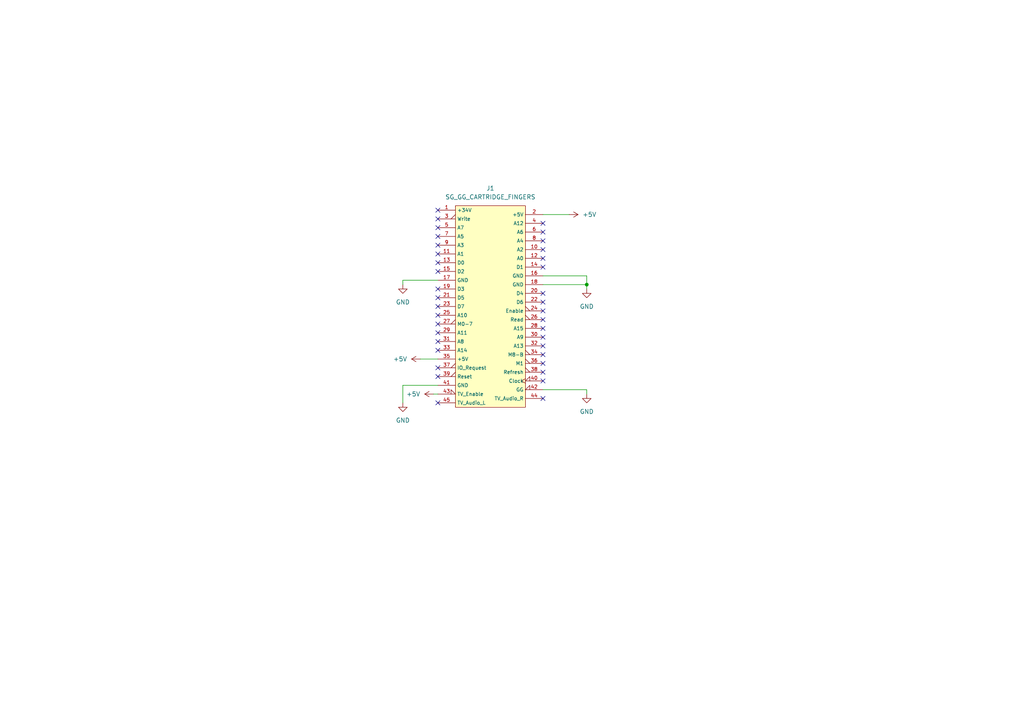
<source format=kicad_sch>
(kicad_sch (version 20211123) (generator eeschema)
  (paper "A4")
  (title_block (title "Game Gear-compatible Cartridge Template") (date "2022-12-15") (rev "1") (company "©2022 StarshadeRETRO; License: BSD-3-Clause") (comment 1 "Not sponsored, endorsed, or approved by SEGA.") (comment 2 "SEGA and Game Gear are registered trademarks of SEGA GAMES CO., LTD."))
  (lib_symbols
    (symbol "!SGSymbols:SG_GG_CARTRIDGE_FINGERS" (in_bom no)
      (property "Reference" "J" (at 0 30.48 0))
      (property "Value" "SG_GG_CARTRIDGE_FINGERS" (at 0 -30.48 0))
      (symbol "SG_GG_CARTRIDGE_FINGERS_0_0"
        (pin power_out line (at 15.24 26.67 180) (length 5.08) (name "+5V") (number "2"))
        (pin output line (at -15.24 -7.62 0) (length 5.08) (name "A11") (number "29"))
        (pin output line (at -15.24 -10.16 0) (length 5.08) (name "A8") (number "31"))
        (pin output line (at -15.24 -12.7 0) (length 5.08) (name "A14") (number "33"))
        (pin passive line (at -15.24 -15.24 0) (length 5.08) (name "+5V") (number "35"))
      )
      (symbol "SG_GG_CARTRIDGE_FINGERS_0_1"
        (rectangle (start -10.16 29.21) (end 10.16 -29.21) (fill (type background)))
      )
      (symbol "SG_GG_CARTRIDGE_FINGERS_1_1"
        (pin power_out line (at -15.24 27.94 0) (length 5.08) (name "+34V") (number "1"))
        (pin output line (at 15.24 16.51 180) (length 5.08) (name "A2") (number "10"))
        (pin output line (at -15.24 15.24 0) (length 5.08) (name "A1") (number "11"))
        (pin output line (at 15.24 13.97 180) (length 5.08) (name "A0") (number "12"))
        (pin bidirectional line (at -15.24 12.7 0) (length 5.08) (name "D0") (number "13"))
        (pin bidirectional line (at 15.24 11.43 180) (length 5.08) (name "D1") (number "14"))
        (pin bidirectional line (at -15.24 10.16 0) (length 5.08) (name "D2") (number "15"))
        (pin passive line (at 15.24 8.89 180) (length 5.08) (name "GND") (number "16"))
        (pin power_out line (at -15.24 7.62 0) (length 5.08) (name "GND") (number "17"))
        (pin passive line (at 15.24 6.35 180) (length 5.08) (name "GND") (number "18"))
        (pin bidirectional line (at -15.24 5.08 0) (length 5.08) (name "D3") (number "19"))
        (pin bidirectional line (at 15.24 3.81 180) (length 5.08) (name "D4") (number "20"))
        (pin bidirectional line (at -15.24 2.54 0) (length 5.08) (name "D5") (number "21"))
        (pin bidirectional line (at 15.24 1.27 180) (length 5.08) (name "D6") (number "22"))
        (pin bidirectional line (at -15.24 0 0) (length 5.08) (name "D7") (number "23"))
        (pin output output_low (at 15.24 -1.27 180) (length 5.08) (name "Enable") (number "24"))
        (pin output line (at -15.24 -2.54 0) (length 5.08) (name "A10") (number "25"))
        (pin output output_low (at 15.24 -3.81 180) (length 5.08) (name "Read") (number "26"))
        (pin output output_low (at -15.24 -5.08 0) (length 5.08) (name "M0-7") (number "27"))
        (pin output line (at 15.24 -6.35 180) (length 5.08) (name "A15") (number "28"))
        (pin output output_low (at -15.24 25.4 0) (length 5.08) (name "Write") (number "3"))
        (pin output line (at 15.24 -8.89 180) (length 5.08) (name "A9") (number "30"))
        (pin output line (at 15.24 -11.43 180) (length 5.08) (name "A13") (number "32"))
        (pin output output_low (at 15.24 -13.97 180) (length 5.08) (name "M8-B") (number "34"))
        (pin output output_low (at 15.24 -16.51 180) (length 5.08) (name "M1") (number "36"))
        (pin output output_low (at -15.24 -17.78 0) (length 5.08) (name "IO_Request") (number "37"))
        (pin output output_low (at 15.24 -19.05 180) (length 5.08) (name "Refresh") (number "38"))
        (pin output output_low (at -15.24 -20.32 0) (length 5.08) (name "Reset") (number "39"))
        (pin output line (at 15.24 24.13 180) (length 5.08) (name "A12") (number "4"))
        (pin output clock_low (at 15.24 -21.59 180) (length 5.08) (name "Clock") (number "40"))
        (pin passive line (at -15.24 -22.86 0) (length 5.08) (name "GND") (number "41"))
        (pin input input_low (at 15.24 -24.13 180) (length 5.08) (name "GG") (number "42"))
        (pin input input_low (at -15.24 -25.4 0) (length 5.08) (name "TV_Enable") (number "43"))
        (pin input line (at 15.24 -26.67 180) (length 5.08) (name "TV_Audio_R") (number "44"))
        (pin input line (at -15.24 -27.94 0) (length 5.08) (name "TV_Audio_L") (number "45"))
        (pin output line (at -15.24 22.86 0) (length 5.08) (name "A7") (number "5"))
        (pin output line (at 15.24 21.59 180) (length 5.08) (name "A6") (number "6"))
        (pin output line (at -15.24 20.32 0) (length 5.08) (name "A5") (number "7"))
        (pin output line (at 15.24 19.05 180) (length 5.08) (name "A4") (number "8"))
        (pin output line (at -15.24 17.78 0) (length 5.08) (name "A3") (number "9"))
      )
    )
    (symbol "power:+5V" (power) (pin_names (offset 0))
      (property "Value" "+5V" (at 0 3.556 0))
      (symbol "+5V_0_1"
        (polyline (pts (xy -0.762 1.27) (xy 0 2.54)))
        (polyline (pts (xy 0 0) (xy 0 2.54)))
        (polyline (pts (xy 0 2.54) (xy 0.762 1.27)))
      )
      (symbol "+5V_1_1"
        (pin power_in line (at 0 0 90) (length 0) hide (name "+5V") (number "1"))
      )
    )
    (symbol "power:GND" (power) (pin_names (offset 0))
      (property "Value" "GND" (at 0 -3.81 0))
      (symbol "GND_0_1"
        (polyline (pts (xy 0 0) (xy 0 -1.27) (xy 1.27 -1.27) (xy 0 -2.54) (xy -1.27 -1.27) (xy 0 -1.27)))
      )
      (symbol "GND_1_1"
        (pin power_in line (at 0 0 270) (length 0) hide (name "GND") (number "1"))
      )
    )
  )
  (junction (at 170.18 82.55))
  (no_connect (at 157.48 69.85))
  (no_connect (at 157.48 90.17))
  (no_connect (at 157.48 85.09))
  (no_connect (at 157.48 67.31))
  (no_connect (at 157.48 100.33))
  (no_connect (at 127 116.84))
  (no_connect (at 127 109.22))
  (no_connect (at 157.48 74.93))
  (no_connect (at 157.48 64.77))
  (no_connect (at 157.48 115.57))
  (no_connect (at 157.48 102.87))
  (no_connect (at 157.48 95.25))
  (no_connect (at 157.48 97.79))
  (no_connect (at 157.48 92.71))
  (no_connect (at 157.48 107.95))
  (no_connect (at 127 60.96))
  (no_connect (at 127 63.5))
  (no_connect (at 127 66.04))
  (no_connect (at 127 68.58))
  (no_connect (at 127 71.12))
  (no_connect (at 127 73.66))
  (no_connect (at 127 76.2))
  (no_connect (at 127 78.74))
  (no_connect (at 127 83.82))
  (no_connect (at 127 91.44))
  (no_connect (at 127 93.98))
  (no_connect (at 127 96.52))
  (no_connect (at 127 99.06))
  (no_connect (at 127 101.6))
  (no_connect (at 127 86.36))
  (no_connect (at 127 88.9))
  (no_connect (at 127 106.68))
  (no_connect (at 157.48 72.39))
  (no_connect (at 157.48 77.47))
  (no_connect (at 157.48 110.49))
  (no_connect (at 157.48 87.63))
  (no_connect (at 157.48 105.41))
  (wire (pts (xy 116.84 81.28) (xy 127 81.28)))
  (wire (pts (xy 157.48 113.03) (xy 170.18 113.03)))
  (wire (pts (xy 157.48 82.55) (xy 170.18 82.55)))
  (wire (pts (xy 157.48 62.23) (xy 165.1 62.23)))
  (wire (pts (xy 170.18 113.03) (xy 170.18 114.3)))
  (wire (pts (xy 170.18 80.01) (xy 170.18 82.55)))
  (wire (pts (xy 157.48 80.01) (xy 170.18 80.01)))
  (wire (pts (xy 116.84 81.28) (xy 116.84 82.55)))
  (wire (pts (xy 170.18 82.55) (xy 170.18 83.82)))
  (wire (pts (xy 125.73 114.3) (xy 127 114.3)))
  (wire (pts (xy 116.84 111.76) (xy 127 111.76)))
  (wire (pts (xy 116.84 111.76) (xy 116.84 116.84)))
  (wire (pts (xy 121.92 104.14) (xy 127 104.14)))
  (symbol (lib_id "power:GND") (at 116.84 82.55 0) (unit 1)
    (property "Reference" "#PWR0103" (effects hide))
    (property "Value" "GND" (at 116.84 87.63 0))
  )
  (symbol (lib_id "!SGSymbols:SG_GG_CARTRIDGE_FINGERS") (at 142.24 88.9 0) (unit 1) (in_bom no)
    (property "Reference" "J1" (at 142.24 54.61 0))
    (property "Value" "SG_GG_CARTRIDGE_FINGERS" (at 142.24 57.15 0))
    (property "Footprint" "!SGFootprints:SG_GG_CARTRIDGE_FINGERS" (effects hide))
    (property "Copyright" "©2022 StarshadeRETRO" (effects hide))
    (property "License" "BSD-3-Clause" (effects hide))
    (property "Disclaimer" "SEGA and Game Gear are registered trademarks of SEGA GAMES CO., LTD. Not sponsored, endorsed, or approved by SEGA." (effects hide))
  )
  (symbol (lib_id "power:+5V") (at 165.1 62.23 270) (unit 1)
    (property "Reference" "#PWR0101" (effects hide))
    (property "Value" "+5V" (at 168.91 62.2299 90) (effects (justify left)))
  )
  (symbol (lib_id "power:+5V") (at 125.73 114.3 90) (unit 1)
    (property "Reference" "#PWR?" (effects hide))
    (property "Value" "+5V" (at 121.92 114.2999 90) (effects (justify left)))
  )
  (symbol (lib_id "power:GND") (at 116.84 116.84 0) (unit 1)
    (property "Reference" "#PWR0105" (effects hide))
    (property "Value" "GND" (at 116.84 121.92 0))
  )
  (symbol (lib_id "power:GND") (at 170.18 114.3 0) (unit 1)
    (property "Reference" "#PWR?" (effects hide))
    (property "Value" "GND" (at 170.18 119.38 0))
  )
  (symbol (lib_id "power:+5V") (at 121.92 104.14 90) (unit 1)
    (property "Reference" "#PWR0104" (effects hide))
    (property "Value" "+5V" (at 118.11 104.1399 90) (effects (justify left)))
  )
  (symbol (lib_id "power:GND") (at 170.18 83.82 0) (unit 1)
    (property "Reference" "#PWR0102" (effects hide))
    (property "Value" "GND" (at 170.18 88.9 0))
  )
)
</source>
